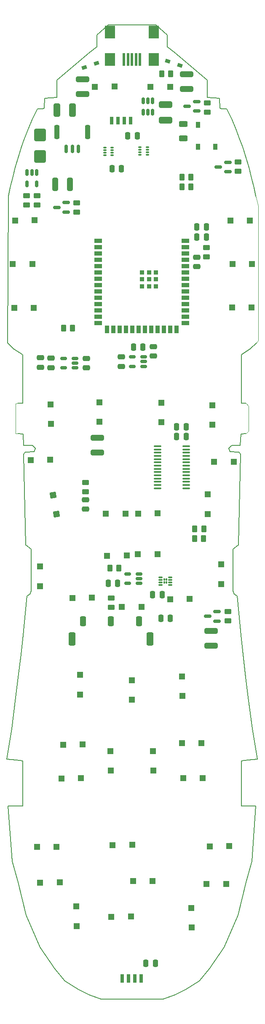
<source format=gbr>
%TF.GenerationSoftware,KiCad,Pcbnew,7.0.11*%
%TF.CreationDate,2024-06-18T14:10:42-04:00*%
%TF.ProjectId,800+,3830302b-2e6b-4696-9361-645f70636258,rev?*%
%TF.SameCoordinates,Original*%
%TF.FileFunction,Paste,Bot*%
%TF.FilePolarity,Positive*%
%FSLAX46Y46*%
G04 Gerber Fmt 4.6, Leading zero omitted, Abs format (unit mm)*
G04 Created by KiCad (PCBNEW 7.0.11) date 2024-06-18 14:10:42*
%MOMM*%
%LPD*%
G01*
G04 APERTURE LIST*
G04 Aperture macros list*
%AMRoundRect*
0 Rectangle with rounded corners*
0 $1 Rounding radius*
0 $2 $3 $4 $5 $6 $7 $8 $9 X,Y pos of 4 corners*
0 Add a 4 corners polygon primitive as box body*
4,1,4,$2,$3,$4,$5,$6,$7,$8,$9,$2,$3,0*
0 Add four circle primitives for the rounded corners*
1,1,$1+$1,$2,$3*
1,1,$1+$1,$4,$5*
1,1,$1+$1,$6,$7*
1,1,$1+$1,$8,$9*
0 Add four rect primitives between the rounded corners*
20,1,$1+$1,$2,$3,$4,$5,0*
20,1,$1+$1,$4,$5,$6,$7,0*
20,1,$1+$1,$6,$7,$8,$9,0*
20,1,$1+$1,$8,$9,$2,$3,0*%
%AMRotRect*
0 Rectangle, with rotation*
0 The origin of the aperture is its center*
0 $1 length*
0 $2 width*
0 $3 Rotation angle, in degrees counterclockwise*
0 Add horizontal line*
21,1,$1,$2,0,0,$3*%
G04 Aperture macros list end*
%ADD10R,1.250000X1.225000*%
%ADD11RoundRect,0.050000X0.285000X0.100000X-0.285000X0.100000X-0.285000X-0.100000X0.285000X-0.100000X0*%
%ADD12R,1.225000X1.250000*%
%ADD13RoundRect,0.250000X-0.450000X0.262500X-0.450000X-0.262500X0.450000X-0.262500X0.450000X0.262500X0*%
%ADD14RoundRect,0.150000X0.587500X0.150000X-0.587500X0.150000X-0.587500X-0.150000X0.587500X-0.150000X0*%
%ADD15RoundRect,0.250000X1.075000X-0.400000X1.075000X0.400000X-1.075000X0.400000X-1.075000X-0.400000X0*%
%ADD16RoundRect,0.250000X1.075000X-0.312500X1.075000X0.312500X-1.075000X0.312500X-1.075000X-0.312500X0*%
%ADD17RotRect,1.225000X1.250000X280.000000*%
%ADD18RoundRect,0.250000X-0.475000X0.250000X-0.475000X-0.250000X0.475000X-0.250000X0.475000X0.250000X0*%
%ADD19RoundRect,0.150000X0.150000X0.700000X-0.150000X0.700000X-0.150000X-0.700000X0.150000X-0.700000X0*%
%ADD20RoundRect,0.250000X0.250000X1.150000X-0.250000X1.150000X-0.250000X-1.150000X0.250000X-1.150000X0*%
%ADD21RoundRect,0.250000X-0.250000X-0.475000X0.250000X-0.475000X0.250000X0.475000X-0.250000X0.475000X0*%
%ADD22RoundRect,0.250000X0.262500X0.450000X-0.262500X0.450000X-0.262500X-0.450000X0.262500X-0.450000X0*%
%ADD23RoundRect,0.350000X0.350000X1.000000X-0.350000X1.000000X-0.350000X-1.000000X0.350000X-1.000000X0*%
%ADD24RoundRect,0.300000X0.300000X0.700000X-0.300000X0.700000X-0.300000X-0.700000X0.300000X-0.700000X0*%
%ADD25RoundRect,0.150000X-0.150000X0.512500X-0.150000X-0.512500X0.150000X-0.512500X0.150000X0.512500X0*%
%ADD26R,0.500000X2.500000*%
%ADD27R,2.000000X2.500000*%
%ADD28RoundRect,0.250000X0.625000X-0.312500X0.625000X0.312500X-0.625000X0.312500X-0.625000X-0.312500X0*%
%ADD29RoundRect,0.250000X-0.262500X-0.450000X0.262500X-0.450000X0.262500X0.450000X-0.262500X0.450000X0*%
%ADD30RoundRect,0.250000X0.475000X-0.250000X0.475000X0.250000X-0.475000X0.250000X-0.475000X-0.250000X0*%
%ADD31RoundRect,0.150000X0.512500X0.150000X-0.512500X0.150000X-0.512500X-0.150000X0.512500X-0.150000X0*%
%ADD32RoundRect,0.250000X0.250000X0.475000X-0.250000X0.475000X-0.250000X-0.475000X0.250000X-0.475000X0*%
%ADD33R,1.500000X0.900000*%
%ADD34R,0.900000X1.500000*%
%ADD35R,0.900000X0.900000*%
%ADD36RoundRect,0.250000X-1.075000X0.312500X-1.075000X-0.312500X1.075000X-0.312500X1.075000X0.312500X0*%
%ADD37RoundRect,0.250000X-0.900000X1.000000X-0.900000X-1.000000X0.900000X-1.000000X0.900000X1.000000X0*%
%ADD38R,0.900000X1.250000*%
%ADD39R,0.800000X1.800000*%
%ADD40RoundRect,0.080000X-0.080000X-0.160000X0.080000X-0.160000X0.080000X0.160000X-0.080000X0.160000X0*%
%ADD41RoundRect,0.075000X-0.312500X-0.075000X0.312500X-0.075000X0.312500X0.075000X-0.312500X0.075000X0*%
%ADD42RoundRect,0.250000X0.400000X1.075000X-0.400000X1.075000X-0.400000X-1.075000X0.400000X-1.075000X0*%
%ADD43RotRect,1.000000X0.720000X20.000000*%
%ADD44RoundRect,0.100000X0.637500X0.100000X-0.637500X0.100000X-0.637500X-0.100000X0.637500X-0.100000X0*%
%ADD45RotRect,1.000000X0.720000X340.000000*%
%ADD46R,0.700000X1.600000*%
%ADD47RoundRect,0.250000X0.450000X-0.262500X0.450000X0.262500X-0.450000X0.262500X-0.450000X-0.262500X0*%
%ADD48RoundRect,0.250000X0.312500X1.075000X-0.312500X1.075000X-0.312500X-1.075000X0.312500X-1.075000X0*%
%TA.AperFunction,Profile*%
%ADD49C,0.200000*%
%TD*%
%TA.AperFunction,Profile*%
%ADD50C,0.100000*%
%TD*%
G04 APERTURE END LIST*
D10*
%TO.C,D31*%
X83090000Y-146700000D03*
X83115000Y-150625000D03*
%TD*%
D11*
%TO.C,U6*%
X104700000Y-62500000D03*
X104700000Y-63000000D03*
X104700000Y-63500000D03*
X104700000Y-64000000D03*
X103220000Y-64000000D03*
X103220000Y-63500000D03*
X103220000Y-63000000D03*
X103220000Y-62500000D03*
%TD*%
D12*
%TO.C,D25*%
X125302500Y-77220000D03*
X121377500Y-77245000D03*
%TD*%
D13*
%TO.C,R1*%
X90480000Y-73710000D03*
X90480000Y-75535000D03*
%TD*%
D14*
%TO.C,Q1*%
X88385000Y-73640000D03*
X88385000Y-75540000D03*
X86510000Y-74590000D03*
%TD*%
D15*
%TO.C,F1*%
X108400000Y-57050000D03*
X108400000Y-53950000D03*
%TD*%
D16*
%TO.C,SW56*%
X94680000Y-123802500D03*
X94680000Y-120877500D03*
%TD*%
D12*
%TO.C,D30*%
X125622500Y-94650000D03*
X121697500Y-94675000D03*
%TD*%
D10*
%TO.C,D32*%
X116830000Y-132230000D03*
X116855000Y-136155000D03*
%TD*%
D17*
%TO.C,D33*%
X85749215Y-132349815D03*
X86455405Y-136210844D03*
%TD*%
D10*
%TO.C,D14*%
X105850000Y-183737500D03*
X105875000Y-187662500D03*
%TD*%
%TO.C,D39*%
X101570000Y-169517500D03*
X101595000Y-173442500D03*
%TD*%
D18*
%TO.C,C2*%
X92300000Y-133250000D03*
X92300000Y-135150000D03*
%TD*%
D19*
%TO.C,J5*%
X90860000Y-62830000D03*
X89610000Y-62830000D03*
X88360000Y-62830000D03*
D20*
X92710000Y-59480000D03*
X86510000Y-59480000D03*
%TD*%
D10*
%TO.C,D23*%
X107500000Y-113797500D03*
X107525000Y-117722500D03*
%TD*%
D21*
%TO.C,C13*%
X107400000Y-157050000D03*
X109300000Y-157050000D03*
%TD*%
D10*
%TO.C,D35*%
X91140000Y-168467500D03*
X91165000Y-172392500D03*
%TD*%
D13*
%TO.C,R11*%
X80420000Y-72275000D03*
X80420000Y-74100000D03*
%TD*%
D22*
%TO.C,R16*%
X116025000Y-139110000D03*
X114200000Y-139110000D03*
%TD*%
D12*
%TO.C,D15*%
X125722500Y-85970000D03*
X121797500Y-85995000D03*
%TD*%
D23*
%TO.C,J4*%
X105250000Y-161200000D03*
X89540000Y-161200000D03*
D24*
X102990000Y-157670000D03*
X97390000Y-157670000D03*
X91790000Y-157670000D03*
%TD*%
D12*
%TO.C,D20*%
X96620000Y-144530000D03*
X100545000Y-144505000D03*
%TD*%
D10*
%TO.C,D36*%
X119514000Y-146287500D03*
X119539000Y-150212500D03*
%TD*%
D16*
%TO.C,R15*%
X112610000Y-50795000D03*
X112610000Y-47870000D03*
%TD*%
D25*
%TO.C,U3*%
X103850000Y-53225000D03*
X104800000Y-53225000D03*
X105750000Y-53225000D03*
X105750000Y-55500000D03*
X104800000Y-55500000D03*
X103850000Y-55500000D03*
%TD*%
D26*
%TO.C,J2*%
X100010000Y-44875000D03*
X100810000Y-44875000D03*
X101610000Y-44875000D03*
X102410000Y-44875000D03*
X103210000Y-44875000D03*
D27*
X97210000Y-39375000D03*
X97210000Y-44875000D03*
X106010000Y-39375000D03*
X106010000Y-44875000D03*
%TD*%
D12*
%TO.C,D4*%
X105772500Y-209840000D03*
X101847500Y-209865000D03*
%TD*%
%TO.C,D22*%
X113180000Y-153230000D03*
X109255000Y-153255000D03*
%TD*%
D28*
%TO.C,R21*%
X111940000Y-60742500D03*
X111940000Y-57817500D03*
%TD*%
D13*
%TO.C,R5*%
X120890000Y-155725000D03*
X120890000Y-157550000D03*
%TD*%
%TO.C,R3*%
X97400000Y-153025000D03*
X97400000Y-154850000D03*
%TD*%
D29*
%TO.C,R13*%
X97145000Y-147000000D03*
X98970000Y-147000000D03*
%TD*%
D11*
%TO.C,U5*%
X97650000Y-62600000D03*
X97650000Y-63100000D03*
X97650000Y-63600000D03*
X97650000Y-64100000D03*
X96170000Y-64100000D03*
X96170000Y-63600000D03*
X96170000Y-63100000D03*
X96170000Y-62600000D03*
%TD*%
D30*
%TO.C,C8*%
X105900000Y-104450000D03*
X105900000Y-102550000D03*
%TD*%
D31*
%TO.C,U9*%
X103967500Y-104600000D03*
X103967500Y-105550000D03*
X103967500Y-106500000D03*
X101692500Y-106500000D03*
X101692500Y-104600000D03*
%TD*%
D32*
%TO.C,C12*%
X98750000Y-150050000D03*
X96850000Y-150050000D03*
%TD*%
D12*
%TO.C,D11*%
X96350000Y-136090000D03*
X100275000Y-136065000D03*
%TD*%
D18*
%TO.C,C7*%
X114650000Y-84600000D03*
X114650000Y-86500000D03*
%TD*%
D12*
%TO.C,D24*%
X91382500Y-189190000D03*
X87457500Y-189215000D03*
%TD*%
%TO.C,D9*%
X106742500Y-136020000D03*
X102817500Y-136045000D03*
%TD*%
D31*
%TO.C,U11*%
X103015000Y-148170000D03*
X103015000Y-149120000D03*
X103015000Y-150070000D03*
X100740000Y-150070000D03*
X100740000Y-148170000D03*
%TD*%
D10*
%TO.C,D38*%
X111700000Y-168737500D03*
X111725000Y-172662500D03*
%TD*%
D33*
%TO.C,U2*%
X112300000Y-81330000D03*
X112300000Y-82600000D03*
X112300000Y-83870000D03*
X112300000Y-85140000D03*
X112300000Y-86410000D03*
X112300000Y-87680000D03*
X112300000Y-88950000D03*
X112300000Y-90220000D03*
X112300000Y-91490000D03*
X112300000Y-92760000D03*
X112300000Y-94030000D03*
X112300000Y-95300000D03*
X112300000Y-96570000D03*
X112300000Y-97840000D03*
D34*
X110535000Y-99090000D03*
X109265000Y-99090000D03*
X107995000Y-99090000D03*
X106725000Y-99090000D03*
X105455000Y-99090000D03*
X104185000Y-99090000D03*
X102915000Y-99090000D03*
X101645000Y-99090000D03*
X100375000Y-99090000D03*
X99105000Y-99090000D03*
X97835000Y-99090000D03*
X96565000Y-99090000D03*
D33*
X94800000Y-97840000D03*
X94800000Y-96570000D03*
X94800000Y-95300000D03*
X94800000Y-94030000D03*
X94800000Y-92760000D03*
X94800000Y-91490000D03*
X94800000Y-90220000D03*
X94800000Y-88950000D03*
X94800000Y-87680000D03*
X94800000Y-86410000D03*
X94800000Y-85140000D03*
X94800000Y-83870000D03*
X94800000Y-82600000D03*
X94800000Y-81330000D03*
D35*
X106450000Y-90450000D03*
X106450000Y-90450000D03*
X106450000Y-89050000D03*
X106450000Y-87650000D03*
X105050000Y-90450000D03*
X105050000Y-89050000D03*
X105050000Y-87650000D03*
X105050000Y-87650000D03*
X103650000Y-90450000D03*
X103650000Y-89050000D03*
X103650000Y-87650000D03*
%TD*%
D14*
%TO.C,Q2*%
X118665000Y-155750000D03*
X118665000Y-157650000D03*
X116790000Y-156700000D03*
%TD*%
D18*
%TO.C,C10*%
X99490000Y-104610000D03*
X99490000Y-106510000D03*
%TD*%
D32*
%TO.C,C1*%
X99500000Y-66800000D03*
X97600000Y-66800000D03*
%TD*%
D36*
%TO.C,R6*%
X117540000Y-159665000D03*
X117540000Y-162590000D03*
%TD*%
D37*
%TO.C,TVS1*%
X83120000Y-60082500D03*
X83120000Y-64382500D03*
%TD*%
D18*
%TO.C,C15*%
X83200000Y-104800000D03*
X83200000Y-106700000D03*
%TD*%
D38*
%TO.C,BZ1*%
X118310000Y-62400000D03*
X114910000Y-62400000D03*
X114910000Y-58000000D03*
%TD*%
D18*
%TO.C,C14*%
X92450000Y-104900000D03*
X92450000Y-106800000D03*
%TD*%
D12*
%TO.C,D13*%
X82062500Y-77190000D03*
X78137500Y-77215000D03*
%TD*%
D39*
%TO.C,U7*%
X103410000Y-229400000D03*
X99600000Y-229400000D03*
X102140000Y-229400000D03*
X100870000Y-229400000D03*
%TD*%
D40*
%TO.C,U10*%
X108120000Y-149320000D03*
X108120000Y-149920000D03*
X108520000Y-149320000D03*
X108520000Y-149920000D03*
D41*
X107332500Y-150370000D03*
X107332500Y-149870000D03*
X107332500Y-149370000D03*
X107332500Y-148870000D03*
X109307500Y-148870000D03*
X109307500Y-149370000D03*
X109307500Y-149870000D03*
X109307500Y-150370000D03*
%TD*%
D42*
%TO.C,F2*%
X89650000Y-55030000D03*
X86550000Y-55030000D03*
%TD*%
D12*
%TO.C,D17*%
X81582500Y-85950000D03*
X77657500Y-85975000D03*
%TD*%
D14*
%TO.C,Q3*%
X114590000Y-53330000D03*
X114590000Y-55230000D03*
X112715000Y-54280000D03*
%TD*%
D29*
%TO.C,R19*%
X111637500Y-70500000D03*
X113462500Y-70500000D03*
%TD*%
D13*
%TO.C,R18*%
X122910000Y-65515000D03*
X122910000Y-67340000D03*
%TD*%
D12*
%TO.C,D26*%
X115572500Y-182120000D03*
X111647500Y-182145000D03*
%TD*%
%TO.C,D28*%
X109262500Y-50400000D03*
X105337500Y-50425000D03*
%TD*%
%TO.C,D5*%
X121152500Y-202830000D03*
X117227500Y-202855000D03*
%TD*%
%TO.C,D2*%
X101402500Y-216960000D03*
X97477500Y-216985000D03*
%TD*%
D43*
%TO.C,IR1*%
X92016800Y-46519252D03*
X94460000Y-45630000D03*
%TD*%
D44*
%TO.C,U1*%
X112482500Y-122525000D03*
X112482500Y-123175000D03*
X112482500Y-123825000D03*
X112482500Y-124475000D03*
X112482500Y-125125000D03*
X112482500Y-125775000D03*
X112482500Y-126425000D03*
X112482500Y-127075000D03*
X112482500Y-127725000D03*
X112482500Y-128375000D03*
X112482500Y-129025000D03*
X112482500Y-129675000D03*
X112482500Y-130325000D03*
X112482500Y-130975000D03*
X106757500Y-130975000D03*
X106757500Y-130325000D03*
X106757500Y-129675000D03*
X106757500Y-129025000D03*
X106757500Y-128375000D03*
X106757500Y-127725000D03*
X106757500Y-127075000D03*
X106757500Y-126425000D03*
X106757500Y-125775000D03*
X106757500Y-125125000D03*
X106757500Y-124475000D03*
X106757500Y-123825000D03*
X106757500Y-123175000D03*
X106757500Y-122525000D03*
%TD*%
D12*
%TO.C,D18*%
X98102500Y-50360000D03*
X94177500Y-50385000D03*
%TD*%
D21*
%TO.C,C9*%
X101900000Y-102650000D03*
X103800000Y-102650000D03*
%TD*%
D12*
%TO.C,D7*%
X86432500Y-202980000D03*
X82507500Y-203005000D03*
%TD*%
D45*
%TO.C,IR2*%
X108760000Y-45210000D03*
X111203200Y-46099252D03*
%TD*%
D32*
%TO.C,C4*%
X112470000Y-120600000D03*
X110570000Y-120600000D03*
%TD*%
D46*
%TO.C,U12*%
X97545000Y-57200000D03*
X98815000Y-57200000D03*
X100085000Y-57200000D03*
X101355000Y-57200000D03*
%TD*%
D12*
%TO.C,D8*%
X120522500Y-210400000D03*
X116597500Y-210425000D03*
%TD*%
D32*
%TO.C,C6*%
X116550000Y-78500000D03*
X114650000Y-78500000D03*
%TD*%
D25*
%TO.C,U8*%
X80530000Y-67595000D03*
X81480000Y-67595000D03*
X82430000Y-67595000D03*
X82430000Y-69870000D03*
X80530000Y-69870000D03*
%TD*%
D12*
%TO.C,D16*%
X122052500Y-125664000D03*
X118127500Y-125689000D03*
%TD*%
D47*
%TO.C,R9*%
X116600000Y-84500000D03*
X116600000Y-82675000D03*
%TD*%
D10*
%TO.C,D3*%
X113550000Y-215207500D03*
X113575000Y-219132500D03*
%TD*%
%TO.C,D34*%
X117730000Y-114337500D03*
X117755000Y-118262500D03*
%TD*%
D13*
%TO.C,R10*%
X116750000Y-53647500D03*
X116750000Y-55472500D03*
%TD*%
D10*
%TO.C,D42*%
X95070000Y-113707500D03*
X95095000Y-117632500D03*
%TD*%
D13*
%TO.C,R4*%
X92300000Y-129837500D03*
X92300000Y-131662500D03*
%TD*%
D12*
%TO.C,D21*%
X99567500Y-154790000D03*
X103492500Y-154765000D03*
%TD*%
%TO.C,D6*%
X87082500Y-210120000D03*
X83157500Y-210145000D03*
%TD*%
D10*
%TO.C,D19*%
X85275000Y-114162500D03*
X85300000Y-118087500D03*
%TD*%
D22*
%TO.C,R8*%
X89690000Y-98850000D03*
X87865000Y-98850000D03*
%TD*%
D12*
%TO.C,D12*%
X85162500Y-125274000D03*
X81237500Y-125299000D03*
%TD*%
D10*
%TO.C,D43*%
X97300000Y-183737500D03*
X97325000Y-187662500D03*
%TD*%
D21*
%TO.C,C11*%
X105760000Y-152370000D03*
X107660000Y-152370000D03*
%TD*%
D29*
%TO.C,R17*%
X114195000Y-141120000D03*
X116020000Y-141120000D03*
%TD*%
%TO.C,R7*%
X107587500Y-47750000D03*
X109412500Y-47750000D03*
%TD*%
D21*
%TO.C,C17*%
X104400000Y-226350000D03*
X106300000Y-226350000D03*
%TD*%
D48*
%TO.C,R2*%
X89145000Y-69980000D03*
X86220000Y-69980000D03*
%TD*%
D14*
%TO.C,Q4*%
X120855000Y-65520000D03*
X120855000Y-67420000D03*
X118980000Y-66470000D03*
%TD*%
D32*
%TO.C,C3*%
X112500000Y-118620000D03*
X110600000Y-118620000D03*
%TD*%
D12*
%TO.C,D37*%
X93542500Y-152960000D03*
X89617500Y-152985000D03*
%TD*%
%TO.C,D10*%
X106730000Y-144200000D03*
X102805000Y-144225000D03*
%TD*%
%TO.C,D41*%
X101642500Y-202590000D03*
X97717500Y-202615000D03*
%TD*%
D18*
%TO.C,C16*%
X85300000Y-104850000D03*
X85300000Y-106750000D03*
%TD*%
D47*
%TO.C,R12*%
X82510000Y-74102500D03*
X82510000Y-72277500D03*
%TD*%
D31*
%TO.C,U4*%
X90127500Y-104900000D03*
X90127500Y-105850000D03*
X90127500Y-106800000D03*
X87852500Y-106800000D03*
X87852500Y-104900000D03*
%TD*%
D12*
%TO.C,D40*%
X91702500Y-182430000D03*
X87777500Y-182455000D03*
%TD*%
D22*
%TO.C,R20*%
X113462500Y-68500000D03*
X111637500Y-68500000D03*
%TD*%
D12*
%TO.C,D27*%
X115802500Y-189170000D03*
X111877500Y-189195000D03*
%TD*%
%TO.C,D29*%
X81872500Y-94740000D03*
X77947500Y-94765000D03*
%TD*%
D10*
%TO.C,D1*%
X90430000Y-214947500D03*
X90455000Y-218872500D03*
%TD*%
D32*
%TO.C,C5*%
X116550000Y-80550000D03*
X114650000Y-80550000D03*
%TD*%
D16*
%TO.C,R14*%
X91650000Y-51845000D03*
X91650000Y-48920000D03*
%TD*%
D32*
%TO.C,C18*%
X102650000Y-60250000D03*
X100750000Y-60250000D03*
%TD*%
D49*
X124957787Y-185550035D02*
X123587431Y-185661847D01*
X88100000Y-229900000D02*
X90846015Y-231585032D01*
X126614331Y-101764031D02*
X125394275Y-102951174D01*
X122982904Y-142392064D02*
X121880997Y-143156584D01*
X90846015Y-231585032D02*
X93049943Y-232732052D01*
X79790067Y-124119007D02*
X80249492Y-142392086D01*
X81610490Y-122376435D02*
X82195356Y-122930672D01*
X78682146Y-119979309D02*
X79732178Y-120083292D01*
X80181413Y-123706012D02*
X79790067Y-124119007D01*
X116755233Y-52527641D02*
X119191583Y-52658007D01*
X77125916Y-70630799D02*
X76778999Y-72341714D01*
X79645011Y-188761946D02*
X79645014Y-194797097D01*
X126106406Y-70630774D02*
X126453324Y-72341688D01*
X110182546Y-232732043D02*
X107835432Y-233537464D01*
X82195356Y-122930672D02*
X81930711Y-123611619D01*
X79645010Y-185661869D02*
X79645011Y-188761946D01*
X80752433Y-58893891D02*
X79929816Y-61009855D01*
X121621885Y-122376414D02*
X121037020Y-122930652D01*
X126504120Y-194797073D02*
X125714891Y-205892113D01*
X122150389Y-152254660D02*
X122765104Y-152609991D01*
X123442310Y-124118985D02*
X122982904Y-142392064D01*
X122765104Y-152609991D02*
X123053233Y-156057012D01*
X117161677Y-227399643D02*
X115132486Y-229899986D01*
D50*
X127000000Y-74250000D02*
X126453324Y-72341688D01*
D49*
X119286066Y-54613064D02*
X119524628Y-54812781D01*
X81351404Y-151607846D02*
X81082017Y-152254681D01*
X123500195Y-120083270D02*
X123376465Y-122376413D01*
X84040720Y-52658025D02*
X83946239Y-54613082D01*
X125792277Y-179223518D02*
X126777893Y-185401526D01*
X80467302Y-152610013D02*
X80179177Y-156057034D01*
X108677965Y-42361801D02*
X110141254Y-43476010D01*
X123897293Y-164328740D02*
X124480692Y-168914319D01*
X79335126Y-164328763D02*
X78751731Y-168914342D01*
D50*
X78250000Y-120000000D02*
X78682146Y-119979309D01*
D49*
X78751731Y-168914342D02*
X78235340Y-172973265D01*
X93049943Y-232732052D02*
X95397058Y-233537471D01*
X108677963Y-40020535D02*
X108677965Y-42361801D01*
X125394275Y-102951174D02*
X123572997Y-104183283D01*
X107835432Y-233537464D02*
X101616245Y-233537467D01*
X78235340Y-172973265D02*
X77440157Y-179223543D01*
X81082017Y-152254681D02*
X80467302Y-152610013D01*
X124550227Y-119979285D02*
X123500195Y-120083270D01*
X123587431Y-185661847D02*
X123587432Y-188761924D01*
X121037020Y-122930652D02*
X121301666Y-123611599D01*
X77517571Y-205892138D02*
X78693579Y-210081346D01*
X124538887Y-210081323D02*
X122912565Y-216716267D01*
X83106505Y-223161241D02*
X86070807Y-227399659D01*
X123302495Y-61009832D02*
X123867456Y-62463038D01*
X86477070Y-52527656D02*
X84040720Y-52658025D01*
X79645014Y-194797097D02*
X76728330Y-194797099D01*
X79732339Y-160436057D02*
X79335126Y-164328763D01*
X121880997Y-143156584D02*
X121881002Y-151607825D01*
X78103818Y-66581731D02*
X77677520Y-68346849D01*
X106378765Y-37975933D02*
X101616144Y-37975936D01*
X96853523Y-37975938D02*
X94554327Y-40020543D01*
X79855910Y-122376436D02*
X81610490Y-122376435D01*
X80319908Y-216716289D02*
X83106505Y-223161241D01*
X79732178Y-120083292D02*
X79855910Y-122376436D01*
X82595561Y-54816856D02*
X81566130Y-56800873D01*
X79929816Y-61009855D02*
X79364858Y-62463061D01*
X79659359Y-104183305D02*
X79659364Y-113904283D01*
X78821700Y-64357063D02*
X78103818Y-66581731D01*
X83946239Y-54613082D02*
X83707678Y-54812800D01*
X94554328Y-42361808D02*
X93091039Y-43476018D01*
X76454547Y-185401552D02*
X78274654Y-185550059D01*
X94554327Y-40020543D02*
X94554328Y-42361808D01*
D50*
X127000000Y-101250000D02*
X127000000Y-74250000D01*
X78250000Y-114000000D02*
X78250000Y-120000000D01*
D49*
X81930711Y-123611619D02*
X80181413Y-123706012D01*
X125714891Y-205892113D02*
X124538887Y-210081323D01*
X96853523Y-37975938D02*
X101616144Y-37975936D01*
X126777893Y-185401526D02*
X124957787Y-185550035D01*
D50*
X124550224Y-113904260D02*
X125000000Y-114500000D01*
D49*
X76728330Y-194797099D02*
X77517571Y-205892138D01*
X115132486Y-229899986D02*
X112386473Y-231585020D01*
X123867456Y-62463038D02*
X124410615Y-64357040D01*
D50*
X78682143Y-113904284D02*
X78250000Y-114000000D01*
D49*
X119191583Y-52658007D02*
X119286066Y-54613064D01*
X76778999Y-72341714D02*
X76618023Y-101764057D01*
X81566130Y-56800873D02*
X80752433Y-58893891D01*
X86477068Y-49013081D02*
X86477070Y-52527656D01*
X80179177Y-156057034D02*
X79732339Y-160436057D01*
X79659364Y-113904283D02*
X78682143Y-113904284D01*
X120636745Y-54816837D02*
X121666177Y-56800853D01*
X124997087Y-172973241D02*
X125792277Y-179223518D01*
D50*
X125000000Y-119500000D02*
X124550227Y-119979285D01*
D49*
X125128499Y-66581706D02*
X125554800Y-68346824D01*
X123587436Y-194797074D02*
X126504120Y-194797073D01*
X78693579Y-210081346D02*
X80319908Y-216716289D01*
X80249492Y-142392086D02*
X81351399Y-143156605D01*
X123050963Y-123705990D02*
X123442310Y-124118985D01*
X121881002Y-151607825D02*
X122150389Y-152254660D01*
X77838080Y-102951198D02*
X79659359Y-104183305D01*
X123376465Y-122376413D02*
X121621885Y-122376414D01*
X123572997Y-104183283D02*
X123573002Y-113904260D01*
X116755231Y-49013065D02*
X116755233Y-52527641D01*
X119524628Y-54812781D02*
X120636745Y-54816837D01*
X125554800Y-68346824D02*
X126106406Y-70630774D01*
X86070807Y-227399659D02*
X88100000Y-229900000D01*
X121666177Y-56800853D02*
X122479876Y-58893870D01*
D50*
X125000000Y-114500000D02*
X125000000Y-119500000D01*
D49*
X93091039Y-43476018D02*
X86477068Y-49013081D01*
X112386473Y-231585020D02*
X110182546Y-232732043D01*
X120125975Y-223161222D02*
X117161677Y-227399643D01*
X106378765Y-37975933D02*
X108677963Y-40020535D01*
X123573002Y-113904260D02*
X124550224Y-113904260D01*
X121301666Y-123611599D02*
X123050963Y-123705990D01*
X79364858Y-62463061D02*
X78821700Y-64357063D01*
X78274654Y-185550059D02*
X79645010Y-185661869D01*
X83707678Y-54812800D02*
X82595561Y-54816856D01*
X77677520Y-68346849D02*
X77125916Y-70630799D01*
X124410615Y-64357040D02*
X125128499Y-66581706D01*
X123053233Y-156057012D02*
X123500075Y-160436035D01*
X124480692Y-168914319D02*
X124997087Y-172973241D01*
X122479876Y-58893870D02*
X123302495Y-61009832D01*
X110141254Y-43476010D02*
X116755231Y-49013065D01*
D50*
X126614331Y-101764031D02*
X127000000Y-101250000D01*
D49*
X76618023Y-101764057D02*
X77838080Y-102951198D01*
X81351399Y-143156605D02*
X81351404Y-151607846D01*
X95397058Y-233537471D02*
X101616245Y-233537467D01*
X123587432Y-188761924D02*
X123587436Y-194797074D01*
X123500075Y-160436035D02*
X123897293Y-164328740D01*
X77440157Y-179223543D02*
X76454547Y-185401552D01*
X122912565Y-216716267D02*
X120125975Y-223161222D01*
M02*

</source>
